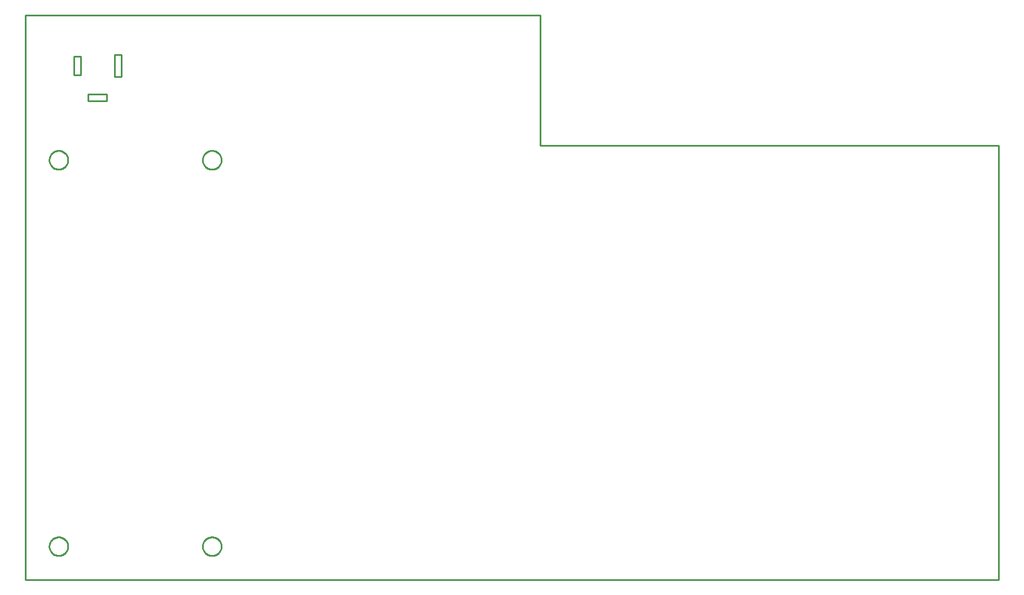
<source format=gbr>
G04 EAGLE Gerber RS-274X export*
G75*
%MOMM*%
%FSLAX34Y34*%
%LPD*%
%IN*%
%IPPOS*%
%AMOC8*
5,1,8,0,0,1.08239X$1,22.5*%
G01*
%ADD10C,0.254000*%


D10*
X0Y0D02*
X1460000Y0D01*
X1460000Y652000D01*
X772000Y652000D01*
X772000Y848000D01*
X0Y848000D01*
X0Y0D01*
X73000Y758000D02*
X83000Y758000D01*
X83000Y786000D01*
X73000Y786000D01*
X73000Y758000D01*
X134000Y755500D02*
X144000Y755500D01*
X144000Y788500D01*
X134000Y788500D01*
X134000Y755500D01*
X94000Y719000D02*
X122000Y719000D01*
X122000Y729000D01*
X94000Y729000D01*
X94000Y719000D01*
X279600Y616450D02*
X278603Y616521D01*
X277613Y616664D01*
X276636Y616876D01*
X275676Y617158D01*
X274739Y617507D01*
X273829Y617923D01*
X272952Y618402D01*
X272110Y618943D01*
X271310Y619542D01*
X270554Y620197D01*
X269847Y620904D01*
X269192Y621660D01*
X268593Y622460D01*
X268052Y623302D01*
X267573Y624179D01*
X267157Y625089D01*
X266808Y626026D01*
X266526Y626986D01*
X266314Y627963D01*
X266171Y628953D01*
X266100Y629950D01*
X266100Y630950D01*
X266171Y631948D01*
X266314Y632937D01*
X266526Y633915D01*
X266808Y634874D01*
X267157Y635811D01*
X267573Y636721D01*
X268052Y637598D01*
X268593Y638440D01*
X269192Y639240D01*
X269847Y639996D01*
X270554Y640703D01*
X271310Y641358D01*
X272110Y641957D01*
X272952Y642498D01*
X273829Y642977D01*
X274739Y643393D01*
X275676Y643742D01*
X276636Y644024D01*
X277613Y644236D01*
X278603Y644379D01*
X279600Y644450D01*
X280600Y644450D01*
X281598Y644379D01*
X282587Y644236D01*
X283565Y644024D01*
X284524Y643742D01*
X285461Y643393D01*
X286371Y642977D01*
X287248Y642498D01*
X288090Y641957D01*
X288890Y641358D01*
X289646Y640703D01*
X290353Y639996D01*
X291008Y639240D01*
X291607Y638440D01*
X292148Y637598D01*
X292627Y636721D01*
X293043Y635811D01*
X293392Y634874D01*
X293674Y633915D01*
X293886Y632937D01*
X294029Y631948D01*
X294100Y630950D01*
X294100Y629950D01*
X294029Y628953D01*
X293886Y627963D01*
X293674Y626986D01*
X293392Y626026D01*
X293043Y625089D01*
X292627Y624179D01*
X292148Y623302D01*
X291607Y622460D01*
X291008Y621660D01*
X290353Y620904D01*
X289646Y620197D01*
X288890Y619542D01*
X288090Y618943D01*
X287248Y618402D01*
X286371Y617923D01*
X285461Y617507D01*
X284524Y617158D01*
X283565Y616876D01*
X282587Y616664D01*
X281598Y616521D01*
X280600Y616450D01*
X279600Y616450D01*
X49600Y616450D02*
X48603Y616521D01*
X47613Y616664D01*
X46636Y616876D01*
X45676Y617158D01*
X44739Y617507D01*
X43829Y617923D01*
X42952Y618402D01*
X42110Y618943D01*
X41310Y619542D01*
X40554Y620197D01*
X39847Y620904D01*
X39192Y621660D01*
X38593Y622460D01*
X38052Y623302D01*
X37573Y624179D01*
X37157Y625089D01*
X36808Y626026D01*
X36526Y626986D01*
X36314Y627963D01*
X36171Y628953D01*
X36100Y629950D01*
X36100Y630950D01*
X36171Y631948D01*
X36314Y632937D01*
X36526Y633915D01*
X36808Y634874D01*
X37157Y635811D01*
X37573Y636721D01*
X38052Y637598D01*
X38593Y638440D01*
X39192Y639240D01*
X39847Y639996D01*
X40554Y640703D01*
X41310Y641358D01*
X42110Y641957D01*
X42952Y642498D01*
X43829Y642977D01*
X44739Y643393D01*
X45676Y643742D01*
X46636Y644024D01*
X47613Y644236D01*
X48603Y644379D01*
X49600Y644450D01*
X50600Y644450D01*
X51598Y644379D01*
X52587Y644236D01*
X53565Y644024D01*
X54524Y643742D01*
X55461Y643393D01*
X56371Y642977D01*
X57248Y642498D01*
X58090Y641957D01*
X58890Y641358D01*
X59646Y640703D01*
X60353Y639996D01*
X61008Y639240D01*
X61607Y638440D01*
X62148Y637598D01*
X62627Y636721D01*
X63043Y635811D01*
X63392Y634874D01*
X63674Y633915D01*
X63886Y632937D01*
X64029Y631948D01*
X64100Y630950D01*
X64100Y629950D01*
X64029Y628953D01*
X63886Y627963D01*
X63674Y626986D01*
X63392Y626026D01*
X63043Y625089D01*
X62627Y624179D01*
X62148Y623302D01*
X61607Y622460D01*
X61008Y621660D01*
X60353Y620904D01*
X59646Y620197D01*
X58890Y619542D01*
X58090Y618943D01*
X57248Y618402D01*
X56371Y617923D01*
X55461Y617507D01*
X54524Y617158D01*
X53565Y616876D01*
X52587Y616664D01*
X51598Y616521D01*
X50600Y616450D01*
X49600Y616450D01*
X49600Y36450D02*
X48603Y36521D01*
X47613Y36664D01*
X46636Y36876D01*
X45676Y37158D01*
X44739Y37507D01*
X43829Y37923D01*
X42952Y38402D01*
X42110Y38943D01*
X41310Y39542D01*
X40554Y40197D01*
X39847Y40904D01*
X39192Y41660D01*
X38593Y42460D01*
X38052Y43302D01*
X37573Y44179D01*
X37157Y45089D01*
X36808Y46026D01*
X36526Y46986D01*
X36314Y47963D01*
X36171Y48953D01*
X36100Y49950D01*
X36100Y50950D01*
X36171Y51948D01*
X36314Y52937D01*
X36526Y53915D01*
X36808Y54874D01*
X37157Y55811D01*
X37573Y56721D01*
X38052Y57598D01*
X38593Y58440D01*
X39192Y59240D01*
X39847Y59996D01*
X40554Y60703D01*
X41310Y61358D01*
X42110Y61957D01*
X42952Y62498D01*
X43829Y62977D01*
X44739Y63393D01*
X45676Y63742D01*
X46636Y64024D01*
X47613Y64236D01*
X48603Y64379D01*
X49600Y64450D01*
X50600Y64450D01*
X51598Y64379D01*
X52587Y64236D01*
X53565Y64024D01*
X54524Y63742D01*
X55461Y63393D01*
X56371Y62977D01*
X57248Y62498D01*
X58090Y61957D01*
X58890Y61358D01*
X59646Y60703D01*
X60353Y59996D01*
X61008Y59240D01*
X61607Y58440D01*
X62148Y57598D01*
X62627Y56721D01*
X63043Y55811D01*
X63392Y54874D01*
X63674Y53915D01*
X63886Y52937D01*
X64029Y51948D01*
X64100Y50950D01*
X64100Y49950D01*
X64029Y48953D01*
X63886Y47963D01*
X63674Y46986D01*
X63392Y46026D01*
X63043Y45089D01*
X62627Y44179D01*
X62148Y43302D01*
X61607Y42460D01*
X61008Y41660D01*
X60353Y40904D01*
X59646Y40197D01*
X58890Y39542D01*
X58090Y38943D01*
X57248Y38402D01*
X56371Y37923D01*
X55461Y37507D01*
X54524Y37158D01*
X53565Y36876D01*
X52587Y36664D01*
X51598Y36521D01*
X50600Y36450D01*
X49600Y36450D01*
X279600Y36450D02*
X278603Y36521D01*
X277613Y36664D01*
X276636Y36876D01*
X275676Y37158D01*
X274739Y37507D01*
X273829Y37923D01*
X272952Y38402D01*
X272110Y38943D01*
X271310Y39542D01*
X270554Y40197D01*
X269847Y40904D01*
X269192Y41660D01*
X268593Y42460D01*
X268052Y43302D01*
X267573Y44179D01*
X267157Y45089D01*
X266808Y46026D01*
X266526Y46986D01*
X266314Y47963D01*
X266171Y48953D01*
X266100Y49950D01*
X266100Y50950D01*
X266171Y51948D01*
X266314Y52937D01*
X266526Y53915D01*
X266808Y54874D01*
X267157Y55811D01*
X267573Y56721D01*
X268052Y57598D01*
X268593Y58440D01*
X269192Y59240D01*
X269847Y59996D01*
X270554Y60703D01*
X271310Y61358D01*
X272110Y61957D01*
X272952Y62498D01*
X273829Y62977D01*
X274739Y63393D01*
X275676Y63742D01*
X276636Y64024D01*
X277613Y64236D01*
X278603Y64379D01*
X279600Y64450D01*
X280600Y64450D01*
X281598Y64379D01*
X282587Y64236D01*
X283565Y64024D01*
X284524Y63742D01*
X285461Y63393D01*
X286371Y62977D01*
X287248Y62498D01*
X288090Y61957D01*
X288890Y61358D01*
X289646Y60703D01*
X290353Y59996D01*
X291008Y59240D01*
X291607Y58440D01*
X292148Y57598D01*
X292627Y56721D01*
X293043Y55811D01*
X293392Y54874D01*
X293674Y53915D01*
X293886Y52937D01*
X294029Y51948D01*
X294100Y50950D01*
X294100Y49950D01*
X294029Y48953D01*
X293886Y47963D01*
X293674Y46986D01*
X293392Y46026D01*
X293043Y45089D01*
X292627Y44179D01*
X292148Y43302D01*
X291607Y42460D01*
X291008Y41660D01*
X290353Y40904D01*
X289646Y40197D01*
X288890Y39542D01*
X288090Y38943D01*
X287248Y38402D01*
X286371Y37923D01*
X285461Y37507D01*
X284524Y37158D01*
X283565Y36876D01*
X282587Y36664D01*
X281598Y36521D01*
X280600Y36450D01*
X279600Y36450D01*
M02*

</source>
